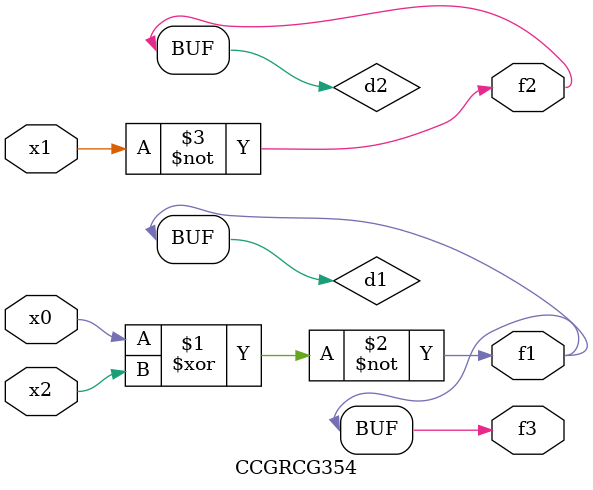
<source format=v>
module CCGRCG354(
	input x0, x1, x2,
	output f1, f2, f3
);

	wire d1, d2, d3;

	xnor (d1, x0, x2);
	nand (d2, x1);
	nor (d3, x1, x2);
	assign f1 = d1;
	assign f2 = d2;
	assign f3 = d1;
endmodule

</source>
